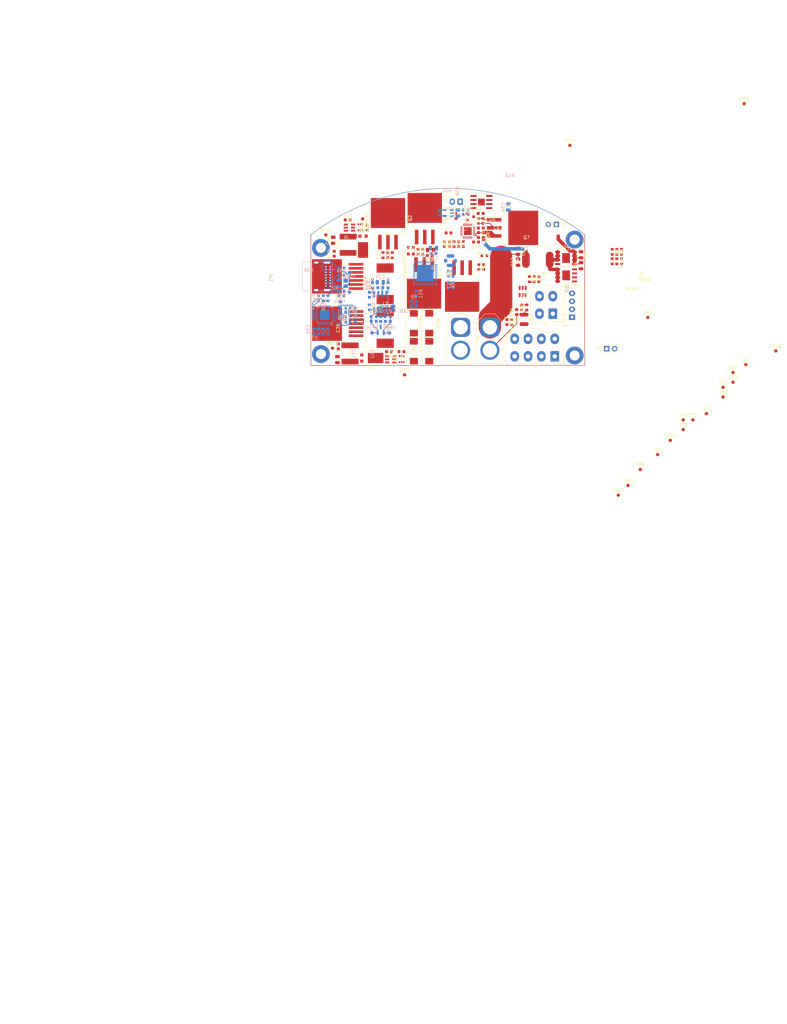
<source format=kicad_pcb>
(kicad_pcb (version 20211014) (generator pcbnew)
  (layers (0 "F.Cu" signal) (1 "In1.Cu" signal) (2 "In2.Cu" signal) (31 "B.Cu" signal) (34 "B.Paste" user) (35 "F.Paste" user) (36 "B.SilkS" user "B.Silkscreen") (37 "F.SilkS" user "F.Silkscreen") (38 "B.Mask" user) (39 "F.Mask" user) (44 "Edge.Cuts" user))
  (net 0 "")
  (net 1 "Net-(C1-Pad1)")
  (net 2 "GND")
  (net 3 "/EN")
  (net 4 "Net-(C3-Pad1)")
  (net 5 "/Battery Charger/CE")
  (net 6 "Net-(C5-Pad1)")
  (net 7 "/Battery Charger/PH")
  (net 8 "/Battery Charger/BTST")
  (net 9 "/Battery Charger/VCC")
  (net 10 "/Battery Charger/SRP")
  (net 11 "/Battery Charger/Q3-S")
  (net 12 "/Battery Charger/Q1-D")
  (net 13 "/Battery Charger/Q1-G")
  (net 14 "Net-(C15-Pad2)")
  (net 15 "Net-(C17-Pad2)")
  (net 16 "Net-(C18-Pad2)")
  (net 17 "/LNA_IN")
  (net 18 "+3V3")
  (net 19 "+24V")
  (net 20 "VBUS")
  (net 21 "Net-(C16-Pad2)")
  (net 22 "Net-(C21-Pad2)")
  (net 23 "Net-(PowerLED1-Pad2)")
  (net 24 "/RTS")
  (net 25 "Net-(Q6-Pad2)")
  (net 26 "/BOOT")
  (net 27 "/DTR")
  (net 28 "Net-(Q6-Pad5)")
  (net 29 "Net-(Q9-Pad3)")
  (net 30 "Net-(Q10-Pad3)")
  (net 31 "Net-(C26-Pad1)")
  (net 32 "/LPC_24V")
  (net 34 "/3.3STAT1")
  (net 35 "/3.3STAT2")
  (net 36 "/PG")
  (net 37 "/CAN_RX")
  (net 38 "/BATTSTAT2")
  (net 39 "/BATTSTAT1")
  (net 40 "/CAN_TX")
  (net 41 "/RXD")
  (net 42 "/TXD")
  (net 44 "/CANL")
  (net 45 "/CANH")
  (net 46 "Net-(C31-Pad1)")
  (net 47 "Net-(C36-Pad2)")
  (net 48 "Net-(C37-Pad1)")
  (net 49 "Net-(C37-Pad2)")
  (net 50 "Net-(C36-Pad1)")
  (net 54 "Net-(IC2-Pad8)")
  (net 55 "Net-(IC2-Pad9)")
  (net 72 "/Battery Charger/VFB")
  (net 73 "Net-(D2-Pad2)")
  (net 74 "Net-(D3-Pad2)")
  (net 75 "Net-(PackLED1-Pad1)")
  (net 76 "Net-(PowerLED1-Pad1)")
  (net 77 "/Battery Charger/ACSET")
  (net 78 "Net-(C38-Pad1)")
  (net 79 "Net-(J1-Pad1)")
  (net 80 "Net-(IC1-Pad23)")
  (net 83 "/Battery Charger/ICSET2")
  (net 84 "/Battery Charger/LODRV")
  (net 85 "/Battery Charger/Q4-G")
  (net 86 "Net-(C57-Pad2)")
  (net 87 "Net-(CTTC1-Pad2)")
  (net 88 "Net-(D7-Pad2)")
  (net 89 "Net-(D8-Pad3)")
  (net 90 "Net-(D8-Pad4)")
  (net 91 "Net-(IC1-Pad3)")
  (net 92 "Net-(IC1-Pad11)")
  (net 93 "Net-(J4-Pad4)")
  (net 94 "Net-(J5-Pad1)")
  (net 95 "Net-(J8-PadA1)")
  (net 96 "Net-(J8-PadA5)")
  (net 98 "Net-(J8-PadB5)")
  (net 101 "/SDA")
  (net 102 "/SCL")
  (net 103 "/Vref")
  (net 104 "Net-(Q7-Pad1)")
  (net 105 "Net-(Q7-Pad2)")
  (net 106 "Net-(R23-Pad2)")
  (net 107 "Net-(R24-Pad1)")
  (net 108 "/CHARGE")
  (net 109 "Net-(R42-Pad2)")
  (net 136 "unconnected-(U6-Pad5)")
  (net 138 "Net-(C39-Pad1)")
  (footprint "Capacitor_SMD:C_0603_1608Metric" (layer "F.Cu") (at 56.28 47.93 90)
    (fp_text reference "C37")
    (fp_text value "0.01uF")
  )
  (footprint "Package_TO_SOT_SMD:TO-263-7_TabPin4" (layer "F.Cu") (at 57.38 69.895 180)
    (fp_text reference "U6")
    (fp_text value "LM2679T-3.3-iclr")
  )
  (footprint "Inductor_SMD:L_12x12mm_H8mm" (layer "F.Cu") (at 72.32 71.1 90)
    (fp_text reference "L3")
    (fp_text value "15uH")
  )
  (footprint "LED_SMD:LED_0603_1608Metric" (layer "F.Cu") (at 110.61 69.41 -90)
    (fp_text reference "PackLED1")
    (fp_text value "LED")
  )
  (footprint "Capacitor_SMD:C_0603_1608Metric" (layer "F.Cu") (at 96.89 44.94 90)
    (fp_text reference "CTTC1")
    (fp_text value "22nF")
  )
  (footprint "Package_DFN_QFN:VQFN-24-1EP_4x4mm_P0.5mm_EP2.45x2.45mm" (layer "F.Cu") (at 98.28 40.83)
    (fp_text reference "IC1")
    (fp_text value "BQ24618RGET-iclr")
  )
  (footprint "Capacitor_SMD:C_0603_1608Metric" (layer "F.Cu") (at 66.66 39.745 90)
    (fp_text reference "C44")
    (fp_text value "22uF")
  )
  (footprint "Connector_AMASS:AMASS_XT60-M_1x02_P7.20mm_Vertical" (layer "F.Cu") (at 96.02 71.04 -90)
    (fp_text reference "J6")
    (fp_text value "Conn_01x02_Male")
  )
  (footprint "Capacitor_SMD:C_0603_1608Metric" (layer "F.Cu") (at 102.39 39.85)
    (fp_text reference "C5")
    (fp_text value "1uF")
  )
  (footprint "Capacitor_SMD:C_0805_2012Metric" (layer "F.Cu") (at 55.97 43.7 90)
    (fp_text reference "C43")
    (fp_text value "0.47μF")
  )
  (footprint "Package_SO:HSOP-8-1EP_3.9x4.9mm_P1.27mm_EP2.41x3.1mm" (layer "F.Cu") (at 129.2 49.28)
    (fp_text reference "Q4")
    (fp_text value "RS1G120MN")
  )
  (footprint "Resistor_SMD:R_0603_1608Metric" (layer "F.Cu") (at 117.66 55.935 -90)
    (fp_text reference "R2")
    (fp_text value "110kΩ")
  )
  (footprint "Package_TO_SOT_SMD:TO-263-3_TabPin2" (layer "F.Cu") (at 112.36 39.805)
    (fp_text reference "Q3")
    (fp_text value "RSJ250P10TL")
  )
  (footprint "TestPoint:TestPoint_Pad_D1.0mm" (layer "F.Cu") (at 181.72 88.32)
    (fp_text reference "TP3")
    (fp_text value "TestPoint")
  )
  (footprint "Capacitor_SMD:C_0603_1608Metric" (layer "F.Cu") (at 102.52 52.85)
    (fp_text reference "C33")
    (fp_text value "0.1μF")
  )
  (footprint "Capacitor_SMD:C_0603_1608Metric" (layer "F.Cu") (at 103.11 37.63 90)
    (fp_text reference "C15")
    (fp_text value "0.1µF")
  )
  (footprint "Resistor_SMD:R_0603_1608Metric" (layer "F.Cu") (at 143.69 50.3125 -90)
    (fp_text reference "RFast1")
    (fp_text value "32kΩ")
  )
  (footprint "TestPoint:TestPoint_Pad_D1.0mm" (layer "F.Cu") (at 55.75 77.6)
    (fp_text reference "TP19")
    (fp_text value "TestPoint")
  )
  (footprint "Capacitor_SMD:C_0603_1608Metric" (layer "F.Cu") (at 86.335 48.505 180)
    (fp_text reference "C7")
    (fp_text value "1uF")
  )
  (footprint "Capacitor_SMD:C_0603_1608Metric" (layer "F.Cu") (at 113.66 66.26 90)
    (fp_text reference "C31")
    (fp_text value "0.1μF")
  )
  (footprint "Resistor_SMD:R_0603_1608Metric" (layer "F.Cu") (at 103.54 48.52)
    (fp_text reference "RAC1")
    (fp_text value "10mΩ")
  )
  (footprint "Capacitor_SMD:C_0603_1608Metric" (layer "F.Cu") (at 102.345 35.28 180)
    (fp_text reference "C6")
    (fp_text value "0.1µF")
  )
  (footprint "Resistor_SMD:R_0603_1608Metric" (layer "F.Cu") (at 74.535 48.39 90)
    (fp_text reference "R29")
    (fp_text value "3.5k")
  )
  (footprint "Connector_Molex:Molex_Mini-Fit_Jr_5566-04A_2x02_P4.20mm_Vertical" (layer "F.Cu") (at 125.03 66.78 180)
    (fp_text reference "J5")
    (fp_text value "Conn_01x04_Male")
  )
  (footprint "Capacitor_Tantalum_SMD:CP_EIA-7343-30_AVX-N" (layer "F.Cu") (at 86.17 78.5625 -90)
    (fp_text reference "C41")
    (fp_text value "330uF")
  )
  (footprint "TestPoint:TestPoint_Pad_D1.0mm" (layer "F.Cu") (at 178.58 92.96)
    (fp_text reference "TP10")
    (fp_text value "TestPoint")
  )
  (footprint "Capacitor_SMD:C_0805_2012Metric" (layer "F.Cu") (at 57.3 81.2 -90)
    (fp_text reference "C42" hide)
    (fp_text value "0.47uF")
  )
  (footprint "Connector_Molex:Molex_Mini-Fit_Jr_5566-08A_2x04_P4.20mm_Vertical" (layer "F.Cu") (at 125.64 80.17 180)
    (fp_text reference "J4")
    (fp_text value "Conn_01x08_Male")
  )
  (footprint "Package_TO_SOT_SMD:TO-277B" (layer "F.Cu") (at 65.35 45.55)
    (fp_text reference "D5")
    (fp_text value "DST1550S")
  )
  (footprint "TestPoint:TestPoint_Pad_D1.0mm" (layer "F.Cu") (at 185.21 0.78)
    (fp_text reference "TP16")
    (fp_text value "TestPoint")
  )
  (footprint "Capacitor_SMD:C_0603_1608Metric" (layer "F.Cu") (at 92.22 41.39)
    (fp_text reference "C4")
    (fp_text value "1μF")
  )
  (footprint "Connector_JST:JST_XH_B2B-XH-AM_1x02_P2.50mm_Vertical" (layer "F.Cu") (at 95.9 31.58 180)
    (fp_text reference "J1")
    (fp_text value "Thermistor Connection 103AT NTC")
  )
  (footprint "TestPoint:TestPoint_Pad_D1.0mm" (layer "F.Cu") (at 154.89 67.96)
    (fp_text reference "TP7")
    (fp_text value "TestPoint")
  )
  (footprint "Capacitor_SMD:C_0603_1608Metric" (layer "F.Cu") (at 102.51 51.35 180)
    (fp_text reference "C3")
    (fp_text value "0.1μF")
  )
  (footprint "Resistor_SMD:R_0603_1608Metric" (layer "F.Cu") (at 103.27 42.08 -90)
    (fp_text reference "RSR1")
    (fp_text value "10mΩ")
  )
  (footprint "TestPoint:TestPoint_Pad_D1.0mm" (layer "F.Cu") (at 130.395 13.885)
    (fp_text reference "TP17")
    (fp_text value "TestPoint")
  )
  (footprint "Capacitor_SMD:C_1210_3225Metric" (layer "F.Cu") (at 116 68.57 -90)
    (fp_text reference "C32")
    (fp_text value "22μF")
  )
  (footprint "MountingHole:MountingHole_3.2mm_M3_DIN965_Pad" (layer "F.Cu") (at 52.1 79.456027)
    (fp_text reference "H3" hide)
    (fp_text value "MountingHole_Pad" hide)
  )
  (footprint "TestPoint:TestPoint_Pad_D1.0mm" (layer "F.Cu") (at 169.09 100.13)
    (fp_text reference "TP5")
    (fp_text value "TestPoint")
  )
  (footprint "Package_TO_SOT_SMD:SOT-363_SC-70-6" (layer "F.Cu") (at 64.52 39.63 -90)
    (fp_text reference "Q10")
    (fp_text value "MCH6351")
  )
  (footprint "Resistor_SMD:R_0603_1608Metric" (layer "F.Cu") (at 145.165 47.3375 -90)
    (fp_text reference "R5")
    (fp_text value "100kΩ")
  )
  (footprint "Capacitor_SMD:C_0603_1608Metric" (layer "F.Cu") (at 100.9 44.26 180)
    (fp_text reference "C10")
    (fp_text value "0.1μF")
  )
  (footprint "TestPoint:TestPoint_Pad_D1.0mm" (layer "F.Cu") (at 178.58 89.91)
    (fp_text reference "TP8")
    (fp_text value "TestPoint")
  )
  (footprint "MountingHole:MountingHole_3.2mm_M3_DIN965_Pad" (layer "F.Cu") (at 131.89 43.5)
    (fp_text reference "H4" hide)
    (fp_text value "MountingHole_Pad" hide)
  )
  (footprint "TestPoint:TestPoint_Pad_D1.0mm" (layer "F.Cu") (at 185.73 82.76)
    (fp_text reference "TP2")
    (fp_text value "TestPoint")
  )
  (footprint "Capacitor_SMD:C_0603_1608Metric" (layer "F.Cu") (at 60.49 37.3)
    (fp_text reference "C48")
    (fp_text value "0.1µF")
  )
  (footprint "Capacitor_Tantalum_SMD:CP_EIA-7343-30_AVX-N" (layer "F.Cu") (at 81.34 69.77 -90)
    (fp_text reference "C40")
    (fp_text value "330uF")
  )
  (footprint "Connector_PinHeader_2.54mm:PinHeader_1x02_P2.54mm_Vertical" (layer "F.Cu") (at 126.15 38.74 -90)
    (fp_text reference "J2")
    (fp_text value "Conn_01x02_Male")
  )
  (footprint "Resistor_SMD:R_0603_1608Metric" (layer "F.Cu") (at 94.61 36.05 90)
    (fp_text reference "R32")
    (fp_text value "1kΩ")
  )
  (footprint "Capacitor_SMD:C_2220_5650Metric" (layer "F.Cu") (at 60.69 45.11 90)
    (fp_text reference "C20")
    (fp_text value "47uF")
  )
  (footprint "Capacitor_SMD:C_0603_1608Metric" (layer "F.Cu") (at 101.65 42.07 -90)
    (fp_text reference "C11")
    (fp_text value "0.1μF")
  )
  (footprint "Resistor_SMD:R_0603_1608Metric" (layer "F.Cu") (at 116.86 64.8 90)
    (fp_text reference "R30")
    (fp_text value "75k")
  )
  (footprint "TestPoint:TestPoint_Pad_D1.0mm" (layer "F.Cu") (at 173.35 98.16)
    (fp_text reference "TP13")
    (fp_text value "TestPoint")
  )
  (footprint "Package_TO_SOT_SMD:SOT-363_SC-70-6" (layer "F.Cu") (at 77.51 81.03 90)
    (fp_text reference "Q9")
    (fp_text value "MCH6351")
  )
  (footprint "Connector_JST:JST_XH_B4B-XH-AM_1x04_P2.50mm_Vertical" (layer "F.Cu") (at 131.085 67.88 90)
    (fp_text reference "J10")
    (fp_text value "Conn_01x04_Male")
  )
  (footprint "Capacitor_SMD:C_2220_5650Metric" (layer "F.Cu") (at 61.25 79.26 -90)
    (fp_text reference "C19")
    (fp_text value "47uF")
  )
  (footprint "MountingHole:MountingHole_3.2mm_M3_DIN965_Pad" (layer "F.Cu") (at 131.9 79.9)
    (fp_text reference "H2" hide)
    (fp_text value "MountingHole_Pad" hide)
  )
  (footprint "Capacitor_SMD:C_0603_1608Metric" (layer "F.Cu") (at 80.385 48.03)
    (fp_text reference "C14")
    (fp_text value "0.1µF")
  )
  (footprint "Capacitor_SMD:C_0805_2012Metric" (layer "F.Cu") (at 86.56 46.78 180)
    (fp_text reference "C16")
    (fp_text value "2.2uF")
  )
  (footprint "TestPoint:TestPoint_Pad_D1.0mm" (layer "F.Cu") (at 78.4 86)
    (fp_text reference "TP21")
    (fp_text value "TestPoint")
  )
  (footprint "TestPoint:TestPoint_Pad_D1.0mm" (layer "F.Cu") (at 145.63 123.79)
    (fp_text reference "TP27")
    (fp_text value "TestPoint")
  )
  (footprint "Resistor_SMD:R_0603_1608Metric" (layer "F.Cu") (at 146.64 47.3375 -90)
    (fp_text reference "R3")
    (fp_text value "100kΩ")
  )
  (footprint "Capacitor_Tantalum_SMD:CP_EIA-7343-30_AVX-N" (layer "F.Cu") (at 81.34 78.56 -90)
    (fp_text reference "C39")
    (fp_text value "330uF")
  )
  (footprint "Resistor_SMD:R_0603_1608Metric" (layer "F.Cu") (at 146.64 50.3125 -90)
    (fp_text reference "RAdp1")
    (fp_text value "150kΩ")
  )
  (footprint "LED_SMD:LED_0603_1608Metric" (layer "F.Cu") (at 73.085 48.39 90)
    (fp_text reference "PowerLED1")
    (fp_text value "LED")
  )
  (footprint "TestPoint:TestPoint_Pad_D1.0mm" (layer "F.Cu") (at 157.98 111.03)
    (fp_text reference "TP1")
    (fp_text value "TestPoint")
  )
  (footprint "Resistor_SMD:R_0603_1608Metric" (layer "F.Cu") (at 91.74 45.69)
    (fp_text reference "R10")
    (fp_text value "430kΩ")
  )
  (footprint "TestPoint:TestPoint_Pad_D1.0mm" (layer "F.Cu") (at 166.04 100.13)
    (fp_text reference "TP4")
    (fp_text value "TestPoint")
  )
  (footprint "Capacitor_SMD:C_0805_2012Metric" (layer "F.Cu") (at 114.09 50.59 90)
    (fp_text reference "C12")
    (fp_text value "10uF")
  )
  (footprint "Resistor_SMD:R_0603_1608Metric" (layer "F.Cu") (at 84.11 47.28 90)
    (fp_text reference "R17")
    (fp_text value "10Ω")
  )
  (footprint "Resistor_SMD:R_0603_1608Metric" (layer "F.Cu") (at 101.63 37.63 -90)
    (fp_text reference "R15")
    (fp_text value "100kΩ")
  )
  (footprint "Capacitor_SMD:C_0805_2012Metric" (layer "F.Cu") (at 133.9 51.7 90)
    (fp_text reference "C9")
    (fp_text value "10uF")
  )
  (footprint "Resistor_SMD:R_0603_1608Metric" (layer "F.Cu") (at 143.69 47.3375 -90)
    (fp_text reference "R7")
    (fp_text value "100kΩ")
  )
  (footprint "Capacitor_SMD:C_0805_2012Metric" (layer "F.Cu") (at 133.9 48.27 -90)
    (fp_text reference "C8")
    (fp_text value "10uF")
  )
  (footprint "Resistor_SMD:R_0603_1608Metric" (layer "F.Cu") (at 120.67 55.935 90)
    (fp_text reference "R1")
    (fp_text value "10kΩ")
  )
  (footprint "TestPoint:TestPoint_Pad_D1.0mm" (layer "F.Cu") (at 148.68 120.74)
    (fp_text reference "TP26")
    (fp_text value "TestPoint")
  )
  (footprint "Capacitor_SMD:C_0603_1608Metric" (layer "F.Cu") (at 73.49 78.7)
    (fp_text reference "C49")
    (fp_text value "0.1µF")
  )
  (footprint "Resistor_SMD:R_0603_1608Metric" (layer "F.Cu") (at 71.61 48.39 90)
    (fp_text reference "R20")
    (fp_text value "2Ω")
  )
  (footprint "TestPoint:TestPoint_Pad_D1.0mm" (layer "F.Cu") (at 152.54 115.72)
    (fp_text reference "TP9")
    (fp_text value "TestPoint")
  )
  (footprint "Capacitor_SMD:C_0603_1608Metric" (layer "F.Cu") (at 77.44 78.69 180)
    (fp_text reference "C45")
    (fp_text value "22uF")
  )
  (footprint "Resistor_SMD:R_0603_1608Metric" (layer "F.Cu") (at 115.16 64.8 -90)
    (fp_text reference "R31")
    (fp_text value "10k")
  )
  (footprint "Resistor_SMD:R_0603_1608Metric" (layer "F.Cu") (at 80.37 45.99)
    (fp_text reference "R14")
    (fp_text value "100kΩ")
  )
  (footprint "Connector_PinHeader_2.54mm:PinHeader_1x02_P2.54mm_Vertical" (layer "F.Cu") (at 141.96 77.77 90)
    (fp_text reference "J3")
    (fp_text value "Conn_01x02_Male")
  )
  (footprint "Capacitor_SMD:C_0603_1608Metric" (layer "F.Cu") (at 95.4 44.94 -90)
    (fp_text reference "C1")
    (fp_text value "0.1μF")
  )
  (footprint "Package_TO_SOT_SMD:TO-277B" (layer "F.Cu") (at 68.1 80.7 90)
    (fp_text reference "D6")
    (fp_text value "DST1550S")
  )
  (footprint "TestPoint:TestPoint_Pad_D1.0mm" (layer "F.Cu") (at 65.23 36.97 -90)
    (fp_text reference "TP22")
    (fp_text value "TestPoint")
  )
  (footprint "TestPoint:TestPoint_Pad_D1.0mm" (layer "F.Cu") (at 195.15 78.46)
    (fp_text reference "TP18")
    (fp_text value "TestPoint")
  )
  (footprint "Package_TO_SOT_SMD:TO-263-7_TabPin4" (layer "F.Cu") (at 57.36 55.06 180)
    (fp_text reference "U7")
    (fp_text value "LM2679T-3.3-iclr")
  )
  (footprint "Package_TO_SOT_SMD:TSOT-23-6" (layer "F.Cu") (at 61.06 39.73)
    (fp_text reference "U8")
    (fp_text value "LTC4412xS6")
  )
  (footprint "TestPoint:TestPoint_Pad_D1.0mm" (layer "F.Cu") (at 161.99 106.58)
    (fp_text reference "TP12")
    (fp_text value "TestPoint")
  )
  (footprint "MountingHole:MountingHole_3.2mm_M3_DIN965_Pad" (layer "F.Cu") (at 52.1 46.1)
    (fp_text reference "H1" hide)
    (fp_text value "MountingHole_Pad" hide)
  )
  (footprint "Capacitor_SMD:C_0603_1608Metric" (layer "F.Cu") (at 57.53 77.04 -90)
    (fp_text reference "C36")
    (fp_text value "0.01uF")
  )
  (footprint "iclr:INDM8681X400N" (layer "F.Cu") (at 120.3025 49.83)
    (fp_text reference "L1")
    (fp_text value "6.8µH")
  )
  (footprint "Connector_AMASS:AMASS_XT60-M_1x02_P7.20mm_Vertical" (layer "F.Cu") (at 105.24 71.05 -90)
    (fp_text reference "J7")
    (fp_text value "IsolationSwitch")
  )
  (footprint "Resistor_SMD:R_0603_1608Metric" (layer "F.Cu") (at 82.635 47.28 -90)
    (fp_text reference "R18")
    (fp_text value "1kΩ")
  )
  (footprint "Resistor_SMD:R_0603_1608Metric" (layer "F.Cu") (at 112.11 69.41 -90)
    (fp_text reference "R28")
    (fp_text value "3.5k")
  )
  (footprint "Package_TO_SOT_SMD:TO-263-3_TabPin2" (layer "F.Cu") (at 84.535 57.11 -90)
    (fp_text reference "Q8")
    (fp_text value "RSJ250P10TL")
  )
  (footprint "Package_SO:HSOP-8-1EP_3.9x4.9mm_P1.27mm_EP2.41x3.1mm" (layer "F.Cu") (at 129.22 54.73 180)
    (fp_text reference "Q5")
    (fp_text value "RS1G120MN")
  )
  (footprint "Resistor_SMD:R_0603_1608Metric" (layer "F.Cu") (at 93.95 44.94 -90)
    (fp_text reference "R16")
    (fp_text value "100Ω")
  )
  (footprint "Capacitor_SMD:C_0805_2012Metric" (layer "F.Cu") (at 114.09 47.17 -90)
    (fp_text reference "C13")
    (fp_text value "10uF")
  )
  (footprint "Package_TO_SOT_SMD:TO-263-3_TabPin2" (layer "F.Cu") (at 84.76 36.9075 90)
    (fp_text reference "Q2")
    (fp_text value "RSJ250P10TL")
  )
  (footprint "Package_TO_SOT_SMD:TO-263-3_TabPin2" (layer "F.Cu") (at 96.52 58.1 -90)
    (fp_text reference "Q7")
    (fp_text value "RSJ250P10TL")
  )
  (footprint "TestPoint:TestPoint_Pad_D1.0mm" (layer "F.Cu") (at 181.72 85.27)
    (fp_text reference "TP11")
    (fp_text value "TestPoint")
  )
  (footprint "iclr:SOIC127P599X175-9N" (layer "F.Cu") (at 102.56 31.69 180)
    (fp_text reference "U4")
    (fp_text value "RT9025-25GSP")
  )
  (footprint "TestPoint:TestPoint_Pad_D1.0mm" (layer "F.Cu") (at 166.04 103.18)
    (fp_text reference "TP6")
    (fp_text value "TestPoint")
  )
  (footprint "Package_TO_SOT_SMD:TO-263-3_TabPin2" (layer "F.Cu") (at 73.18 38.51 90)
    (fp_text reference "Q1")
    (fp_text value "RSJ250P10TL")
  )
  (footprint "Capacitor_Tantalum_SMD:CP_EIA-7343-30_AVX-N" (layer "F.Cu") (at 86.16 69.76 -90)
    (fp_text reference "C38")
    (fp_text value "330uF")
  )
  (footprint "Diode_SMD:D_SOT-23_ANK" (layer "F.Cu") (at 99.13 36.3)
    (fp_text reference "D1")
    (fp_text value "BAT54")
  )
  (footprint "Package_TO_SOT_SMD:TSOT-23-6" (layer "F.Cu") (at 74.06 81.13)
    (fp_text reference "U9")
    (fp_text value "LTC4412xS6")
  )
  (footprint "Package_TO_SOT_SMD:TSOT-23-6" (layer "F.Cu") (at 115.55 59.79 -90)
    (fp_text reference "U1")
    (fp_text value "LTC4412xS6")
  )
  (footprint "Resistor_SMD:R_0603_1608Metric" (layer "F.Cu") (at 145.165 50.3125 -90)
    (fp_text reference "RPre1")
    (fp_text value "13kΩ")
  )
  (footprint "Resistor_SMD:R_0603_1608Metric" (layer "F.Cu") (at 91.74 44.2 180)
    (fp_text reference "R9")
    (fp_text value "9.31kΩ")
  )
  (footprint "Inductor_SMD:L_12x12mm_H8mm" (layer "F.Cu") (at 72.3 57.37 90)
    (fp_text reference "L4")
    (fp_text value "15uH")
  )
  (footprint "TestPoint:TestPoint_Pad_D1.0mm" (layer "F.Cu") (at 53.65 42.03)
    (fp_text reference "TP20")
    (fp_text value "TestPoint")
  )
  (footprint "Capacitor_SMD:C_0603_1608Metric" (layer "F.Cu") (at 119.17 55.935 -90)
    (fp_text reference "Cff1")
    (fp_text value "22pF")
  )
  (footprint "Package_SO:SOIC-8_3.9x4.9mm_P1.27mm" (layer "B.Cu") (at 70.76048 63.056552 -90)
    (fp_text reference "U2")
    (fp_text value "SN65HVD230")
  )
  (footprint "Capacitor_SMD:C_0805_2012Metric" (layer "B.Cu") (at 95.16 35.11 90)
    (fp_text reference "C57")
    (fp_text value "10uF")
  )
  (footprint "Resistor_SMD:R_0603_1608Metric" (layer "B.Cu") (at 51.345 61.915 -90)
    (fp_text reference "R40")
    (fp_text value "4.7k")
  )
  (footprint "Capacitor_SMD:C_0603_1608Metric" (layer "B.Cu") (at 81.36088 64.35)
    (fp_text reference "C18")
    (fp_text value "1μF")
  )
  (footprint "Resistor_SMD:R_0603_1608Metric" (layer "B.Cu") (at 73.20048 57.856552 -90)
    (fp_text reference "R23")
    (fp_text value "120")
  )
  (footprint "Capacitor_SMD:C_0603_1608Metric" (layer "B.Cu") (at 54.335 72.34314 90)
    (fp_text reference "C52")
    (fp_text value "4.7muF")
  )
  (footprint "Capacitor_SMD:C_0603_1608Metric" (layer "B.Cu") (at 73.13048 69.186552)
    (fp_text reference "C28")
    (fp_text value "220 pF")
  )
  (footprint "Capacitor_SMD:C_0603_1608Metric" (layer "B.Cu") (at 87.51088 47.91)
    (fp_text reference "C24")
    (fp_text value "0.1uF")
  )
  (footprint "Capacitor_SMD:C_0603_1608Metric" (layer "B.Cu") (at 51.405 72.345 -90)
    (fp_text reference "C51")
    (fp_text value "0.1muF")
  )
  (footprint "Resistor_SMD:R_0603_1608Metric" (layer "B.Cu") (at 54.305 61.915 -90)
    (fp_text reference "R38")
    (fp_text value "24k")
  )
  (footprint "TestPoint:TestPoint_Pad_D1.0mm" (layer "B.Cu") (at 73.61048 72.801552 180)
    (fp_text reference "TP14")
    (fp_text value "TestPoint")
  )
  (footprint "Resistor_SMD:R_0603_1608Metric" (layer "B.Cu") (at 59.113 64.915 180)
    (fp_text reference "R21")
    (fp_text value "470Ω")
  )
  (footprint "Resistor_SMD:R_0603_1608Metric" (layer "B.Cu") (at 81.36088 62.9 180)
    (fp_text reference "R8")
    (fp_text value "470Ω")
  )
  (footprint "Capacitor_SMD:C_0603_1608Metric" (layer "B.Cu") (at 67.33048 60.821552 90)
    (fp_text reference "C21")
    (fp_text value "160pF")
  )
  (footprint "TestPoint:TestPoint_Pad_D1.0mm" (layer "B.Cu") (at 58.265 62.995)
    (fp_text reference "TP25")
    (fp_text value "TestPoint")
  )
  (footprint "Connector_Coaxial:U.FL_Molex_MCRF_73412-0110_Vertical" (layer "B.Cu") (at 92.86088 50.105 90)
    (fp_text reference "J9")
    (fp_text value "Conn_Coaxial")
  )
  (footprint "Capacitor_SMD:C_0805_2012Metric" (layer "B.Cu") (at 87.50088 46.21)
    (fp_text reference "C22")
    (fp_text value "10uF")
  )
  (footprint "Resistor_SMD:R_0603_1608Metric" (layer "B.Cu") (at 62.095 64.975)
    (fp_text reference "R13")
    (fp_text value "10k")
  )
  (footprint "Package_TO_SOT_SMD:SOT-23" (layer "B.Cu") (at 70.90048 71.846552 90)
    (fp_text reference "D4")
    (fp_text value "SM712_SOT23")
  )
  (footprint "TestPoint:TestPoint_Pad_D1.0mm" (layer "B.Cu") (at 61.065 59.985)
    (fp_text reference "TP23")
    (fp_text value "TestPoint")
  )
  (footprint "Package_TO_SOT_SMD:SOT-363_SC-70-6" (layer "B.Cu") (at 62.345 67.115 180)
    (fp_text reference "Q6")
    (fp_text value "MMDT2222A")
  )
  (footprint "Resistor_SMD:R_0603_1608Metric" (layer "B.Cu") (at 97.627 35.6155 180)
    (fp_text reference "R43")
    (fp_text value "10k")
  )
  (footprint "Capacitor_SMD:C_0603_1608Metric" (layer "B.Cu") (at 89.357 35.0655 -90)
    (fp_text reference "C58")
    (fp_text value "4.7uF")
  )
  (footprint "Capacitor_SMD:C_0805_2012Metric" (layer "B.Cu") (at 111.03 33.28 -90)
    (fp_text reference "C54")
    (fp_text value "10uF")
  )
  (footprint "Resistor_SMD:R_0603_1608Metric" (layer "B.Cu") (at 58.565 59.685)
    (fp_text reference "R37")
    (fp_text value "470Ω")
  )
  (footprint "Capacitor_SMD:C_0603_1608Metric" (layer "B.Cu") (at 70.91048 68.446552 -90)
    (fp_text reference "C26")
    (fp_text value "0.1uF")
  )
  (footprint "Resistor_SMD:R_0603_1608Metric" (layer "B.Cu") (at 68.700205 67.696098)
    (fp_text reference "R26")
    (fp_text value "60")
  )
  (footprint "Package_DFN_QFN:QFN-48-1EP_7x7mm_P0.5mm_EP5.3x5.3mm" (layer "B.Cu") (at 84.87088 54.05 180)
    (fp_text reference "U3")
    (fp_text value "ESP32-PICO-D4")
  )
  (footprint "Capacitor_SMD:C_0603_1608Metric" (layer "B.Cu") (at 68.700031 69.155899 180)
    (fp_text reference "C27")
    (fp_text value "220pF")
  )
  (footprint "Resistor_SMD:R_0603_1608Metric" (layer "B.Cu") (at 62.095 69.245 180)
    (fp_text reference "R12")
    (fp_text value "10k")
  )
  (footprint "LED_SMD:LED_0603_1608Metric" (layer "B.Cu") (at 59.113 66.375)
    (fp_text reference "D3")
    (fp_text value "LED")
  )
  (footprint "Resistor_SMD:R_0603_1608Metric" (layer "B.Cu") (at 92.21088 57.82 90)
    (fp_text reference "R6")
    (fp_text value "470Ω")
  )
  (footprint "LED_SMD:LED_0603_1608Metric" (layer "B.Cu") (at 58.5675 61.145)
    (fp_text reference "D7")
    (fp_text value "LED")
  )
  (footprint "Resistor_SMD:R_0603_1608Metric" (layer "B.Cu") (at 67.33548 64.736552 90)
    (fp_text reference "R24")
    (fp_text value "10k")
  )
  (footprint "LED_SMD:LED_0603_1608Metric" (layer "B.Cu") (at 59.115 67.835)
    (fp_text reference "D2")
    (fp_text value "LED")
  )
  (footprint "Capacitor_SMD:C_0603_1608Metric" (layer "B.Cu") (at 93.68088 57.82 -90)
    (fp_text reference "C17")
    (fp_text value "1μF")
  )
  (footprint "Capacitor_SMD:C_0805_2012Metric" (layer "B.Cu") (at 70.75048 56.891552 180)
    (fp_text reference "C25")
    (fp_text value "10uF")
  )
  (footprint "Resistor_SMD:R_0603_1608Metric" (layer "B.Cu") (at 82.07088 60.51 90)
    (fp_text reference "R11")
    (fp_text value "10kΩ")
  )
  (footprint "Package_TO_SOT_SMD:SOT-143" (layer "B.Cu") (at 58.775 57.165 180)
    (fp_text reference "D8")
    (fp_text value "SP0503BAHT")
  )
  (footprint "Jumper:SolderJumper-2_P1.3mm_Open_RoundedPad1.0x1.5mm" (layer "B.Cu") (at 74.71325 65.095412 -90)
    (fp_text reference "JP1")
    (fp_text value "SolderJumper_2_Open")
  )
  (footprint "Capacitor_SMD:C_0603_1608Metric" (layer "B.Cu") (at 49.925 72.345 -90)
    (fp_text reference "C50")
    (fp_text value "1.0muF")
  )
  (footprint "Package_TO_SOT_SMD:SOT-23-5" (layer "B.Cu") (at 92.13 35.11 180)
    (fp_text reference "U11")
    (fp_text value "LTC4411")
  )
  (footprint "Resistor_SMD:R_0603_1608Metric" (layer "B.Cu") (at 58.535 54.665 180)
    (fp_text reference "R35")
    (fp_text value "5.1k")
  )
  (footprint "Resistor_SMD:R_0603_1608Metric" (layer "B.Cu") (at 58.56 52.415 180)
    (fp_text reference "R36")
    (fp_text value "5.1k")
  )
  (footprint "TestPoint:TestPoint_Pad_D1.0mm" (layer "B.Cu") (at 68.16325 72.775412 180)
    (fp_text reference "TP15")
    (fp_text value "TestPoint")
  )
  (footprint "Resistor_SMD:R_0603_1608Metric" (layer "B.Cu") (at 68.32048 57.861552 -90)
    (fp_text reference "R22")
    (fp_text value "120")
  )
  (footprint "TestPoint:TestPoint_Pad_D1.0mm" (layer "B.Cu") (at 61.105 53.945)
    (fp_text reference "TP24")
    (fp_text value "TestPoint")
  )
  (footprint "iclr:QFN28G_0.5-5X5MM" (layer "B.Cu") (at 53.335 67.17825 90)
    (fp_text reference "IC2")
    (fp_text value "CP2102")
  )
  (footprint "Resistor_SMD:R_0603_1608Metric" (layer "B.Cu") (at 52.835 61.915 -90)
    (fp_text reference "R39")
    (fp_text value "47k")
  )
  (footprint "Capacitor_SMD:C_0603_1608Metric" (layer "B.Cu") (at 70.78048 58.611552 180)
    (fp_text reference "C23")
    (fp_text value "100nF")
  )
  (footprint "Connector_USB:USB_C_Receptacle_GCT_USB4085" (layer "B.Cu") (at 55 58.02 90)
    (fp_text reference "J8")
    (fp_text value "USB_C_Receptacle_USB2.0")
  )
  (footprint "Resistor_SMD:R_0603_1608Metric" (layer "B.Cu") (at 59.125 69.485 180)
    (fp_text reference "R19")
    (fp_text value "470Ω")
  )
  (footprint "Capacitor_SMD:C_0603_1608Metric" (layer "B.Cu") (at 93.66088 54.21 -90)
    (fp_text reference "C2")
    (fp_text value "1μF")
  )
  (footprint "Resistor_SMD:R_0603_1608Metric" (layer "B.Cu") (at 92.20088 54.215 -90)
    (fp_text reference "R4")
    (fp_text value "10kΩ")
  )
  (footprint "Capacitor_SMD:C_0603_1608Metric" (layer "B.Cu") (at 52.865 72.34314 90)
    (fp_text reference "C53")
    (fp_text value "0.1muF")
  )
  (footprint "Resistor_SMD:R_0603_1608Metric" (layer "B.Cu") (at 97.627 34.1555)
    (fp_text reference "R42")
    (fp_text value "56k")
  )
  (footprint "Resistor_SMD:R_0603_1608Metric" (layer "B.Cu") (at 73.13048 67.701552)
    (fp_text reference "R27")
    (fp_text value "60")
  )
  (gr_line (start 48.91 42.01) (end 48.97 83.04) (layer "F.Cu") (width 0.2))
  (gr_line (start 135.05 82.99) (end 135.05 41.91) (layer "F.Cu") (width 0.2))
  (gr_line (start 48.97 83.04) (end 135.05 82.99) (layer "F.Cu") (width 0.2))
  (gr_arc (start 48.980001 41.970001) (mid 91.996286 27.380576) (end 135.030545 41.9169) (layer "B.Cu") (width 0.2))
  (gr_line (start 135.01 82.95) (end 134.98 41.94) (layer "Edge.Cuts") (width 0.1))
  (gr_line (start 48.93 42.03) (end 48.96 82.98) (layer "Edge.Cuts") (width 0.1))
  (gr_arc (start 48.93 42.03) (mid 91.939705 27.361196) (end 134.98 41.94) (layer "Edge.Cuts") (width 0.1))
  (gr_line (start 48.96 82.98) (end 135.01 82.95) (layer "Edge.Cuts") (width 0.1))
  (segment (start 124.205 52.825) (end 126.57 52.825) (width 1.1) (layer "F.Cu") (net 7))
  (segment (start 126.58 49.68) (end 126.58 49.885) (width 1.1) (layer "F.Cu") (net 7))
  (segment (start 126.57 52.825) (end 126.57 56.635) (width 1.1) (layer "F.Cu") (net 7))
  (segment (start 126.58 49.885) (end 126.55 49.915) (width 1.1) (layer "F.Cu") (net 7))
  (segment (start 124.0475 49.83) (end 124.0475 52.6675) (width 1.1) (layer "F.Cu") (net 7))
  (segment (start 126.58 47.405) (end 126.58 49.68) (width 1.1) (layer "F.Cu") (net 7))
  (segment (start 126.43 49.83) (end 126.58 49.68) (width 1.1) (layer "F.Cu") (net 7))
  (segment (start 126.55 47.375) (end 126.58 47.405) (width 1.1) (layer "F.Cu") (net 7))
  (segment (start 124.0475 49.83) (end 126.43 49.83) (width 1.1) (layer "F.Cu") (net 7))
  (segment (start 124.0475 52.6675) (end 124.205 52.825) (width 1.1) (layer "F.Cu") (net 7))
  (segment (start 100.885 42.08) (end 101.65 42.845) (width 0.25) (layer "F.Cu") (net 10))
  (segment (start 116.5575 49.83) (end 116.5575 46.4075) (width 1.1) (layer "F.Cu") (net 10))
  (segment (start 116.5575 46.4075) (end 116.54 46.39) (width 1.1) (layer "F.Cu") (net 10))
  (segment (start 100.2675 42.08) (end 100.885 42.08) (width 0.25) (layer "F.Cu") (net 10))
  (segment (start 103.22 42.855) (end 103.27 42.905) (width 0.25) (layer "F.Cu") (net 10))
  (segment (start 103.27 44.39) (end 103.27 42.905) (width 1.1) (layer "F.Cu") (net 10))
  (via (at 116.54 46.39) (size 1.2) (drill 1.1) (layers "F.Cu" "B.Cu") (net 10))
  (via (at 103.27 44.39) (size 1.2) (drill 1.1) (layers "F.Cu" "B.Cu") (net 10))
  (segment (start 116.54 46.39) (end 105.27 46.39) (width 1.1) (layer "B.Cu") (net 10))
  (segment (start 105.27 46.39) (end 103.27 44.39) (width 1.1) (layer "B.Cu") (net 10))
  (segment (start 106.585 42.345) (end 105.47 41.23) (width 1.1) (layer "F.Cu") (net 11))
  (segment (start 101.365 41.58) (end 101.65 41.295) (width 0.25) (layer "F.Cu") (net 11))
  (segment (start 103.295 41.23) (end 103.27 41.255) (width 1.1) (layer "F.Cu") (net 11))
  (segment (start 108.79452 64.42171) (end 108.79452 48.904511) (width 7) (layer "F.Cu") (net 11))
  (segment (start 105.24 71.05) (end 105.24 67.97623) (width 7) (layer "F.Cu") (net 11))
  (segment (start 114.09 48.12) (end 114.05 48.08) (width 0.25) (layer "F.Cu") (net 11))
  (segment (start 114.05 48.08) (end 109.619031 48.08) (width 0.25) (layer "F.Cu") (net 11))
  (segment (start 101.65 41.295) (end 103.23 41.295) (width 0.25) (layer "F.Cu") (net 11))
  (segment (start 103.23 41.295) (end 103.27 41.255) (width 0.25) (layer "F.Cu") (net 11))
  (segment (start 100.2675 41.58) (end 101.365 41.58) (width 0.25) (layer "F.Cu") (net 11))
  (segment (start 119.17 56.71) (end 117.71 56.71) (width 0.25) (layer "F.Cu") (net 11))
  (segment (start 105.47 41.23) (end 103.295 41.23) (width 1.1) (layer "F.Cu") (net 11))
  (segment (start 109.619031 48.08) (end 108.79452 48.904511) (width 0.25) (layer "F.Cu") (net 11))
  (segment (start 105.24 67.97623) (end 108.79452 64.42171) (width 7) (layer "F.Cu") (net 11))
  (segment (start 117.71 56.71) (end 117.66 56.76) (width 0.25) (layer "F.Cu") (net 11))
  (segment (start 114.09 48.12) (end 114.09 49.64) (width 0.25) (layer "F.Cu") (net 11))
  (segment (start 101.68 36.855) (end 101.63 36.805) (width 0.25) (layer "F.Cu") (net 14))
  (segment (start 106.585 37.265) (end 103.52 37.265) (width 0.25) (layer "F.Cu") (net 14))
  (segment (start 103.11 36.855) (end 101.68 36.855) (width 0.25) (layer "F.Cu") (net 14))
  (segment (start 103.52 37.265) (end 103.11 36.855) (width 0.25) (layer "F.Cu") (net 14))
  (segment (start 51.835 69.76825) (end 52.335 69.76825) (width 0.25) (layer "B.Cu") (net 18))
  (segment (start 52.86314 71.57) (end 52.865 71.56814) (width 0.25) (layer "B.Cu") (net 18))
  (segment (start 71.39548 58.771552) (end 71.55548 58.611552) (width 0.25) (layer "B.Cu") (net 18))
  (segment (start 51.405 71.57) (end 49.925 71.57) (width 0.25) (layer "B.Cu") (net 18))
  (segment (start 71.55548 57.036552) (end 71.70048 56.891552) (width 0.25) (layer "B.Cu") (net 18))
  (segment (start 71.39548 60.581552) (end 71.39548 58.771552) (width 0.25) (layer "B.Cu") (net 18))
  (segment (start 51.405 70.19825) (end 51.835 69.76825) (width 0.25) (layer "B.Cu") (net 18))
  (segment (start 51.405 71.57) (end 51.405 70.19825) (width 0.25) (layer "B.Cu") (net 18))
  (segment (start 71.55548 58.611552) (end 71.55548 57.036552) (width 0.25) (layer "B.Cu") (net 18))
  (segment (start 54.335 71.56814) (end 52.865 71.56814) (width 0.25) (layer "B.Cu") (net 18))
  (segment (start 51.405 71.57) (end 52.86314 71.57) (width 0.25) (layer "B.Cu") (net 18))
  (segment (start 131.439511 47.049511) (end 130.419743 47.049511) (width 1.1) (layer "F.Cu") (net 19))
  (segment (start 126.74 43.369768) (end 126.74 42.41) (width 1.1) (layer "F.Cu") (net 19))
  (segment (start 131.88 47.405) (end 131.85 47.375) (width 1.1) (layer "F.Cu") (net 19))
  (segment (start 103.11 38.405) (end 105.185 38.405) (width 0.25) (layer "F.Cu") (net 19))
  (segment (start 103.11 38.405) (end 101.68 38.405) (width 0.25) (layer "F.Cu") (net 19))
  (segment (start 131.88 51.155) (end 131.88 51.15) (width 1.1) (layer "F.Cu") (net 19))
  (segment (start 132.55 49.22) (end 131.88 49.89) (width 0.25) (layer "F.Cu") (net 19))
  (segment (start 131.765 47.375) (end 131.439511 47.049511) (width 1.1) (layer "F.Cu") (net 19))
  (segment (start 133.9 49.22) (end 132.55 49.22) (width 0.25) (layer "F.Cu") (net 19))
  (segment (start 105.185 38.405) (end 106.585 39.805) (width 0.25) (layer "F.Cu") (net 19))
  (segment (start 133.5 51.15) (end 131.88 51.15) (width 0.25) (layer "F.Cu") (net 19))
  (segment (start 130.419743 47.049511) (end 126.74 43.369768) (width 1.1) (layer "F.Cu") (net 19))
  (segment (start 131.88 49.89) (end 131.88 47.405) (width 1.1) (layer "F.Cu") (net 19))
  (segment (start 131.85 51.185) (end 131.88 51.155) (width 1.1) (layer "F.Cu") (net 19))
  (segment (start 131.88 51.15) (end 131.88 49.89) (width 1.1) (layer "F.Cu") (net 19))
  (segment (start 133.9 50.75) (end 133.5 51.15) (width 0.25) (layer "F.Cu") (net 19))
  (segment (start 131.85 47.375) (end 131.765 47.375) (width 1.1) (layer "F.Cu") (net 19))
  (segment (start 101.68 38.405) (end 101.63 38.455) (width 0.25) (layer "F.Cu") (net 19))
  (segment (start 61.03048 55.047987) (end 61.03048 57.15952) (width 0.35) (layer "B.Cu") (net 20))
  (segment (start 59.672507 58.115) (end 59.875 58.115) (width 0.35) (layer "B.Cu") (net 20))
  (segment (start 59.587493 53.605) (end 57.637507 53.605) (width 0.35) (layer "B.Cu") (net 20))
  (segment (start 58.102507 59.685) (end 59.672507 58.115) (width 0.35) (layer "B.Cu") (net 20))
  (segment (start 60.075 58.115) (end 59.875 58.115) (width 0.35) (layer "B.Cu") (net 20))
  (segment (start 55 57.17) (end 56.17 57.17) (width 0.35) (layer "B.Cu") (net 20))
  (segment (start 57.385978 59.685) (end 57.74 59.685) (width 0.35) (layer "B.Cu") (net 20))
  (segment (start 57.637507 53.605) (end 56.952507 52.92) (width 0.35) (layer "B.Cu") (net 20))
  (segment (start 56.585 58.884022) (end 57.385978 59.685) (width 0.35) (layer "B.Cu") (net 20))
  (segment (start 57.74 59.685) (end 58.102507 59.685) (width 0.35) (layer "B.Cu") (net 20))
  (segment (start 55 57.17) (end 53.65 57.17) (width 0.35) (layer "B.Cu") (net 20))
  (segment (start 55.71 59.685) (end 54.305 61.09) (width 0.35) (layer "B.Cu") (net 20))
  (segment (start 56.952507 52.92) (end 55 52.92) (width 0.35) (layer "B.Cu") (net 20))
  (segment (start 61.03048 57.15952) (end 60.075 58.115) (width 0.35) (layer "B.Cu") (net 20))
  (segment (start 61.03048 55.047987) (end 59.587493 53.605) (width 0.35) (layer "B.Cu") (net 20))
  (segment (start 56.17 57.17) (end 56.585 57.585) (width 0.35) (layer "B.Cu") (net 20))
  (segment (start 57.74 59.685) (end 55.71 59.685) (width 0.35) (layer "B.Cu") (net 20))
  (segment (start 55 52.92) (end 53.65 52.92) (width 0.35) (layer "B.Cu") (net 20))
  (segment (start 56.585 57.585) (end 56.585 58.884022) (width 0.35) (layer "B.Cu") (net 20))
  (segment (start 68.32048 60.046552) (end 68.85548 60.581552) (width 0.25) (layer "B.Cu") (net 22))
  (segment (start 67.33048 60.046552) (end 68.32048 60.046552) (width 0.25) (layer "B.Cu") (net 22))
  (segment (start 68.32048 58.686552) (end 68.32048 60.046552) (width 0.25) (layer "B.Cu") (net 22))
  (segment (start 56.94175 66.67825) (end 55.925 66.67825) (width 0.25) (layer "B.Cu") (net 24))
  (segment (start 62.06048 64.11548) (end 57.870737 64.11548) (width 0.25) (layer "B.Cu") (net 24))
  (segment (start 57.870737 64.11548) (end 57.56348 64.422737) (width 0.25) (layer "B.Cu") (net 24))
  (segment (start 57.56348 64.422737) (end 57.56348 66.05652) (width 0.25) (layer "B.Cu") (net 24))
  (segment (start 62.92 66.09) (end 63.295 66.465) (width 0.25) (layer "B.Cu") (net 24))
  (segment (start 62.92 64.975) (end 62.92 66.09) (width 0.25) (layer "B.Cu") (net 24))
  (segment (start 62.92 64.975) (end 62.06048 64.11548) (width 0.25) (layer "B.Cu") (net 24))
  (segment (start 57.56348 66.05652) (end 56.94175 66.67825) (width 0.25) (layer "B.Cu") (net 24))
  (segment (start 62.72 67.115) (end 62.645489 67.189511) (width 0.25) (layer "B.Cu") (net 25))
  (segment (start 62.645489 67.189511) (end 62.645489 68.970489) (width 0.25) (layer "B.Cu") (net 25))
  (segment (start 63.295 67.115) (end 62.72 67.115) (width 0.25) (layer "B.Cu") (net 25))
  (segment (start 62.645489 68.970489) (end 62.92 69.245) (width 0.25) (layer "B.Cu") (net 25))
  (segment (start 61.27 67.89) (end 61.395 67.765) (width 0.25) (layer "B.Cu") (net 27))
  (segment (start 60.395 70.445) (end 57.865 70.445) (width 0.25) (layer "B.Cu") (net 27))
  (segment (start 56.09825 68.67825) (end 55.925 68.67825) (width 0.25) (layer "B.Cu") (net 27))
  (segment (start 61.27 69.245) (end 61.27 69.57) (width 0.25) (layer "B.Cu") (net 27))
  (segment (start 61.27 69.245) (end 61.27 67.89) (width 0.25) (layer "B.Cu") (net 27))
  (segment (start 57.865 70.445) (end 56.09825 68.67825) (width 0.25) (layer "B.Cu") (net 27))
  (segment (start 61.27 69.57) (end 60.395 70.445) (width 0.25) (layer "B.Cu") (net 27))
  (segment (start 60.745489 67.040489) (end 60.82 67.115) (width 0.25) (layer "B.Cu") (net 28))
  (segment (start 61.27 64.975) (end 60.745489 65.499511) (width 0.25) (layer "B.Cu") (net 28))
  (segment (start 60.745489 65.499511) (end 60.745489 67.040489) (width 0.25) (layer "B.Cu") (net 28))
  (segment (start 60.82 67.115) (end 61.395 67.115) (width 0.25) (layer "B.Cu") (net 28))
  (segment (start 73.61386 65.745412) (end 74.71325 65.745412) (width 0.25) (layer "B.Cu") (net 31))
  (segment (start 70.77096 64.51) (end 71.059408 64.221552) (width 0.25) (layer "B.Cu") (net 31))
  (segment (start 71.059408 64.221552) (end 73.001552 64.221552) (width 0.25) (layer "B.Cu") (net 31))
  (segment (start 73.29 65.421552) (end 73.61386 65.745412) (width 0.25) (layer "B.Cu") (net 31))
  (segment (start 69.549751 67.671552) (end 69.525205 67.696098) (width 0.25) (layer "B.Cu") (net 31))
  (segment (start 73.001552 64.221552) (end 73.29 64.51) (width 0.25) (layer "B.Cu") (net 31))
  (segment (start 70.91048 67.671552) (end 72.27548 67.671552) (width 0.25) (layer "B.Cu") (net 31))
  (segment (start 73.29 64.51) (end 73.29 65.421552) (width 0.25) (layer "B.Cu") (net 31))
  (segment (start 70.91048 67.671552) (end 69.549751 67.671552) (width 0.25) (layer "B.Cu") (net 31))
  (segment (start 72.27548 67.671552) (end 72.30548 67.701552) (width 0.25) (layer "B.Cu") (net 31))
  (segment (start 70.77096 67.532032) (end 70.77096 64.51) (width 0.25) (layer "B.Cu") (net 31))
  (segment (start 70.91048 67.671552) (end 70.77096 67.532032) (width 0.25) (layer "B.Cu") (net 31))
  (via (at 73.22048 56.041552) (size 0.8) (drill 0.4) (layers "F.Cu" "B.Cu") (net 37))
  (segment (start 73.20048 57.031552) (end 73.20048 56.061552) (width 0.25) (layer "B.Cu") (net 37))
  (segment (start 73.20048 56.061552) (end 73.22048 56.041552) (width 0.25) (layer "B.Cu") (net 37))
  (via (at 68.35048 56.041552) (size 0.8) (drill 0.4) (layers "F.Cu" "B.Cu") (net 40))
  (segment (start 68.32048 56.071552) (end 68.35048 56.041552) (width 0.25) (layer "B.Cu") (net 40))
  (segment (start 68.32048 57.036552) (end 68.32048 56.071552) (width 0.25) (layer "B.Cu") (net 40))
  (segment (start 57.504191 67.835) (end 56.847441 67.17825) (width 0.25) (layer "B.Cu") (net 41))
  (segment (start 57.504191 67.835) (end 58.3275 67.835) (width 0.25) (layer "B.Cu") (net 41))
  (segment (start 56.847441 67.17825) (end 55.925 67.17825) (width 0.25) (layer "B.Cu") (net 41))
  (segment (start 58.3255 66.375) (end 59.08952 67.13902) (width 0.25) (layer "B.Cu") (net 42))
  (segment (start 59.08952 67.13902) (end 59.08952 68.51048) (width 0.25) (layer "B.Cu") (net 42))
  (segment (start 59.08952 68.51048) (end 58.96548 68.63452) (width 0.25) (layer "B.Cu") (net 42))
  (segment (start 55.925 67.67825) (end 56.711723 67.67825) (width 0.25) (layer "B.Cu") (net 42))
  (segment (start 56.711723 67.67825) (end 57.667993 68.63452) (width 0.25) (layer "B.Cu") (net 42))
  (segment (start 57.667993 68.63452) (end 58.96548 68.63452) (width 0.25) (layer "B.Cu") (net 42))
  (segment (start 73.90548 69.186552) (end 73.90548 69.776552) (width 0.25) (layer "B.Cu") (net 44))
  (segment (start 73.90548 69.776552) (end 71.85048 71.831552) (width 0.25) (layer "B.Cu") (net 44))
  (segment (start 71.85048 72.784052) (end 73.59298 72.784052) (width 0.25) (layer "B.Cu") (net 44))
  (segment (start 71.85048 71.831552) (end 71.85048 72.784052) (width 0.25) (layer "B.Cu") (net 44))
  (segment (start 73.95548 69.136552) (end 73.90548 69.186552) (width 0.25) (layer "B.Cu") (net 44))
  (segment (start 73.11548 66.861552) (end 73.95548 67.701552) (width 0.25) (layer "B.Cu") (net 44))
  (segment (start 71.39548 65.907624) (end 72.349408 66.861552) (width 0.25) (layer "B.Cu") (net 44))
  (segment (start 73.95548 67.701552) (end 73.95548 69.136552) (width 0.25) (layer "B.Cu") (net 44))
  (segment (start 72.349408 66.861552) (end 73.11548 66.861552) (width 0.25) (layer "B.Cu") (net 44))
  (segment (start 71.39548 65.531552) (end 71.39548 65.907624) (width 0.25) (layer "B.Cu") (net 44))
  (segment (start 73.59298 72.784052) (end 73.61048 72.801552) (width 0.25) (layer "B.Cu") (net 44))
  (segment (start 67.925031 69.155899) (end 67.925031 67.745924) (width 0.25) (layer "B.Cu") (net 45))
  (segment (start 68.740231 66.831072) (end 67.875205 67.696098) (width 0.25) (layer "B.Cu") (net 45))
  (segment (start 68.17189 72.784052) (end 68.16325 72.775412) (width 0.25) (layer "B.Cu") (net 45))
  (segment (start 69.95048 71.801552) (end 69.95048 72.784052) (width 0.25) (layer "B.Cu") (net 45))
  (segment (start 67.925031 69.776103) (end 69.95048 71.801552) (width 0.25) (layer "B.Cu") (net 45))
  (segment (start 70.12548 66.076552) (end 69.37096 66.831072) (width 0.25) (layer "B.Cu") (net 45))
  (segment (start 69.95048 72.784052) (end 68.17189 72.784052) (width 0.25) (layer "B.Cu") (net 45))
  (segment (start 67.925031 69.155899) (end 67.925031 69.776103) (width 0.25) (layer "B.Cu") (net 45))
  (segment (start 69.37096 66.831072) (end 68.740231 66.831072) (width 0.25) (layer "B.Cu") (net 45))
  (segment (start 70.12548 65.531552) (end 70.12548 66.076552) (width 0.25) (layer "B.Cu") (net 45))
  (segment (start 67.925031 67.745924) (end 67.875205 67.696098) (width 0.25) (layer "B.Cu") (net 45))
  (segment (start 116 67.095) (end 116 66.485) (width 0.25) (layer "F.Cu") (net 46))
  (segment (start 113.66 67.035) (end 113.66 69.83) (width 0.25) (layer "F.Cu") (net 46))
  (segment (start 113.66 69.83) (end 105.24 78.25) (width 0.25) (layer "F.Cu") (net 46))
  (segment (start 115.94 67.035) (end 116 67.095) (width 0.25) (layer "F.Cu") (net 46))
  (segment (start 113.66 67.035) (end 115.94 67.035) (width 0.25) (layer "F.Cu") (net 46))
  (segment (start 116 66.485) (end 116.86 65.625) (width 0.25) (layer "F.Cu") (net 46))
  (segment (start 49.883261 68.67825) (end 50.745 68.67825) (width 0.25) (layer "B.Cu") (net 54))
  (segment (start 49.520969 63.329031) (end 49.520969 68.315958) (width 0.25) (layer "B.Cu") (net 54))
  (segment (start 52.835 62.74) (end 52.11048 62.01548) (width 0.25) (layer "B.Cu") (net 54))
  (segment (start 50.83452 62.01548) (end 49.520969 63.329031) (width 0.25) (layer "B.Cu") (net 54))
  (segment (start 49.520969 68.315958) (end 49.883261 68.67825) (width 0.25) (layer "B.Cu") (net 54))
  (segment (start 54.305 62.74) (end 52.835 62.74) (width 0.25) (layer "B.Cu") (net 54))
  (segment (start 52.11048 62.01548) (end 50.83452 62.01548) (width 0.25) (layer "B.Cu") (net 54))
  (segment (start 49.970489 68.129761) (end 50.655 68.129761) (width 0.25) (layer "B.Cu") (net 55))
  (segment (start 49.970489 64.114511) (end 49.970489 68.129761) (width 0.25) (layer "B.Cu") (net 55))
  (segment (start 51.345 62.74) (end 49.970489 64.114511) (width 0.25) (layer "B.Cu") (net 55))
  (segment (start 59.95 67.8825) (end 59.9025 67.835) (width 0.25) (layer "B.Cu") (net 73))
  (segment (start 59.95 69.485) (end 59.95 67.8825) (width 0.25) (layer "B.Cu") (net 73))
  (segment (start 59.9005 64.9525) (end 59.938 64.915) (width 0.25) (layer "B.Cu") (net 74))
  (segment (start 59.9005 66.375) (end 59.9005 64.9525) (width 0.25) (layer "B.Cu") (net 74))
  (segment (start 59.355 61.145) (end 59.355 59.72) (width 0.25) (layer "B.Cu") (net 88))
  (segment (start 59.355 59.72) (end 59.39 59.685) (width 0.25) (layer "B.Cu") (net 88))
  (segment (start 57.205 54.665) (end 55.55 56.32) (width 0.25) (layer "B.Cu") (net 96))
  (segment (start 57.71 54.665) (end 57.205 54.665) (width 0.25) (layer "B.Cu") (net 96))
  (segment (start 55.55 56.32) (end 55 56.32) (width 0.25) (layer "B.Cu") (net 96))
  (segment (start 52.49548 53.110454) (end 53.155026 53.77) (width 0.25) (layer "B.Cu") (net 98))
  (segment (start 57.560336 52.415) (end 55.090816 49.94548) (width 0.25) (layer "B.Cu") (net 98))
  (segment (start 52.49548 50.30452) (end 52.49548 53.110454) (width 0.25) (layer "B.Cu") (net 98))
  (segment (start 57.735 52.415) (end 57.560336 52.415) (width 0.25) (layer "B.Cu") (net 98))
  (segment (start 53.155026 53.77) (end 53.65 53.77) (width 0.25) (layer "B.Cu") (net 98))
  (segment (start 55.090816 49.94548) (end 52.85452 49.94548) (width 0.25) (layer "B.Cu") (net 98))
  (segment (start 52.85452 49.94548) (end 52.49548 50.30452) (width 0.25) (layer "B.Cu") (net 98))
  (segment (start 73.22048 58.701552) (end 73.20048 58.681552) (width 0.25) (layer "B.Cu") (net 106))
  (segment (start 72.66548 60.576552) (end 73.22048 60.021552) (width 0.25) (layer "B.Cu") (net 106))
  (segment (start 73.22048 60.021552) (end 73.22048 58.701552) (width 0.25) (layer "B.Cu") (net 106))
  (segment (start 72.66548 60.581552) (end 72.66548 60.576552) (width 0.25) (layer "B.Cu") (net 106))
  (segment (start 68.85548 65.531552) (end 67.36548 65.531552) (width 0.25) (layer "B.Cu") (net 107))
  (segment (start 67.36548 65.531552) (end 67.33548 65.561552) (width 0.25) (layer "B.Cu") (net 107))
  (segment (start 115.16 63.975) (end 116.86 63.975) (width 0.25) (layer "F.Cu") (net 108))
  (segment (start 65.503084 68.454114) (end 65.503084 69.754521) (width 0.25) (layer "F.Cu") (net 136))
)
</source>
